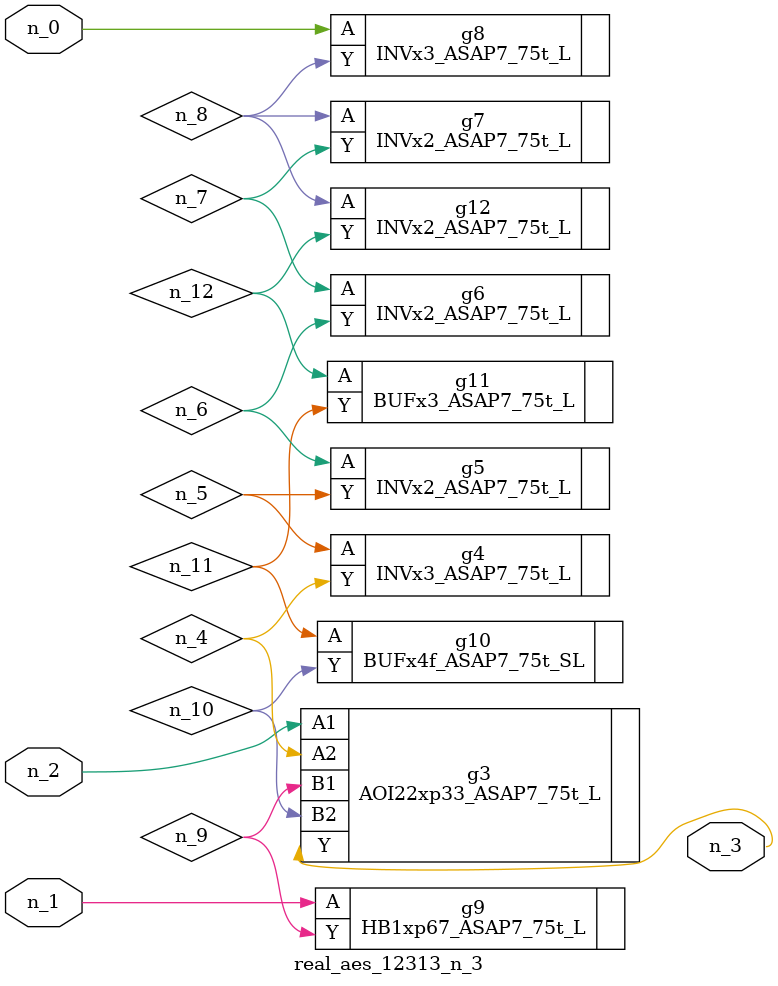
<source format=v>
module real_aes_12313_n_3 (n_0, n_2, n_1, n_3);
input n_0;
input n_2;
input n_1;
output n_3;
wire n_4;
wire n_5;
wire n_7;
wire n_9;
wire n_6;
wire n_8;
wire n_12;
wire n_10;
wire n_11;
INVx3_ASAP7_75t_L g8 ( .A(n_0), .Y(n_8) );
HB1xp67_ASAP7_75t_L g9 ( .A(n_1), .Y(n_9) );
AOI22xp33_ASAP7_75t_L g3 ( .A1(n_2), .A2(n_4), .B1(n_9), .B2(n_10), .Y(n_3) );
INVx3_ASAP7_75t_L g4 ( .A(n_5), .Y(n_4) );
INVx2_ASAP7_75t_L g5 ( .A(n_6), .Y(n_5) );
INVx2_ASAP7_75t_L g6 ( .A(n_7), .Y(n_6) );
INVx2_ASAP7_75t_L g7 ( .A(n_8), .Y(n_7) );
INVx2_ASAP7_75t_L g12 ( .A(n_8), .Y(n_12) );
BUFx4f_ASAP7_75t_SL g10 ( .A(n_11), .Y(n_10) );
BUFx3_ASAP7_75t_L g11 ( .A(n_12), .Y(n_11) );
endmodule
</source>
